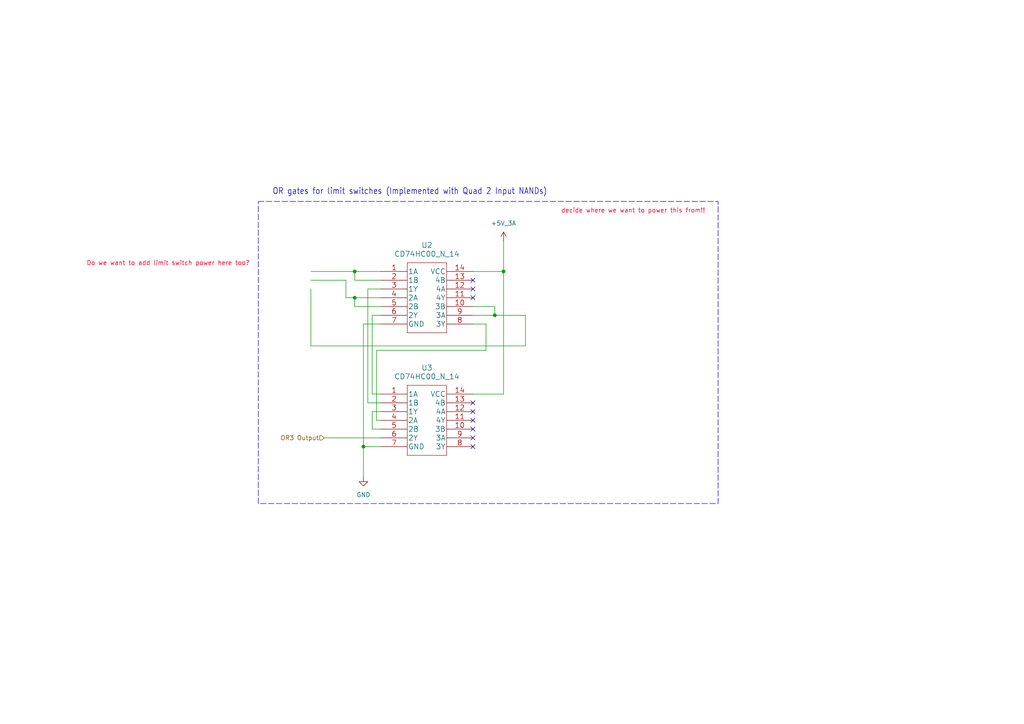
<source format=kicad_sch>
(kicad_sch (version 20231120) (generator "eeschema") (generator_version "8.0")
  (paper "A4")
  (lib_symbols
    (symbol "CustomSymbols:CD74HC00_N_14" (pin_names (offset 0.254))
      (property "Reference" "U" (at 13.462 6.858 0))
      (property "Value" "CD74HC00_N_14" (at 13.462 4.318 0))
      (symbol "CD74HC00_N_14_1_1"
        (polyline (pts (xy 7.62 -17.78) (xy 19.05 -17.78)) (stroke (width 0.127)))
        (polyline (pts (xy 7.62 2.54) (xy 7.62 -17.78)) (stroke (width 0.127)))
        (polyline (pts (xy 19.05 -17.78) (xy 19.05 2.54)) (stroke (width 0.127)))
        (polyline (pts (xy 19.05 2.54) (xy 7.62 2.54)) (stroke (width 0.127)))
        (pin input line (at 0 0 0) (length 7.62) (name "1A") (number "1"))
        (pin input line (at 26.67 -10.16 180) (length 7.62) (name "3B") (number "10"))
        (pin output line (at 26.67 -7.62 180) (length 7.62) (name "4Y") (number "11"))
        (pin input line (at 26.67 -5.08 180) (length 7.62) (name "4A") (number "12"))
        (pin input line (at 26.67 -2.54 180) (length 7.62) (name "4B") (number "13"))
        (pin power_in line (at 26.67 0 180) (length 7.62) (name "VCC") (number "14"))
        (pin input line (at 0 -2.54 0) (length 7.62) (name "1B") (number "2"))
        (pin output line (at 0 -5.08 0) (length 7.62) (name "1Y") (number "3"))
        (pin input line (at 0 -7.62 0) (length 7.62) (name "2A") (number "4"))
        (pin input line (at 0 -10.16 0) (length 7.62) (name "2B") (number "5"))
        (pin output line (at 0 -12.7 0) (length 7.62) (name "2Y") (number "6"))
        (pin power_in line (at 0 -15.24 0) (length 7.62) (name "GND") (number "7"))
        (pin output line (at 26.67 -15.24 180) (length 7.62) (name "3Y") (number "8"))
        (pin input line (at 26.67 -12.7 180) (length 7.62) (name "3A") (number "9"))
      )
    )
    (symbol "power:+5V" (power) (pin_numbers hide) (pin_names (offset 0) hide)
      (property "Value" "+5V" (at 0 3.556 0))
      (symbol "+5V_0_1"
        (polyline (pts (xy -0.762 1.27) (xy 0 2.54)))
        (polyline (pts (xy 0 0) (xy 0 2.54)))
        (polyline (pts (xy 0 2.54) (xy 0.762 1.27)))
      )
      (symbol "+5V_1_1"
        (pin power_in line (at 0 0 90) (length 0) (name "~") (number "1"))
      )
    )
    (symbol "power:GND" (power) (pin_numbers hide) (pin_names (offset 0) hide)
      (property "Value" "GND" (at 0 -3.81 0))
      (symbol "GND_0_1"
        (polyline (pts (xy 0 0) (xy 0 -1.27) (xy 1.27 -1.27) (xy 0 -2.54) (xy -1.27 -1.27) (xy 0 -1.27)))
      )
      (symbol "GND_1_1"
        (pin power_in line (at 0 0 270) (length 0) (name "~") (number "1"))
      )
    )
  )
  (junction (at 102.87 86.36))
  (junction (at 146.05 78.74))
  (junction (at 105.41 129.54))
  (junction (at 102.87 78.74))
  (junction (at 143.51 91.44))
  (no_connect (at 137.16 119.38))
  (no_connect (at 137.16 116.84))
  (no_connect (at 137.16 124.46))
  (no_connect (at 137.16 129.54))
  (no_connect (at 137.16 81.28))
  (no_connect (at 137.16 121.92))
  (no_connect (at 137.16 83.82))
  (no_connect (at 137.16 127))
  (no_connect (at 137.16 86.36))
  (wire (pts (xy 152.4 100.33) (xy 152.4 91.44)))
  (wire (pts (xy 137.16 91.44) (xy 143.51 91.44)))
  (wire (pts (xy 105.41 129.54) (xy 105.41 138.43)))
  (wire (pts (xy 90.17 83.82) (xy 90.17 100.33)))
  (wire (pts (xy 102.87 81.28) (xy 102.87 78.74)))
  (wire (pts (xy 90.17 78.74) (xy 102.87 78.74)))
  (wire (pts (xy 90.17 100.33) (xy 152.4 100.33)))
  (wire (pts (xy 110.49 91.44) (xy 107.95 91.44)))
  (wire (pts (xy 143.51 88.9) (xy 143.51 91.44)))
  (wire (pts (xy 137.16 114.3) (xy 146.05 114.3)))
  (wire (pts (xy 93.98 127) (xy 110.49 127)))
  (wire (pts (xy 110.49 88.9) (xy 102.87 88.9)))
  (wire (pts (xy 140.97 93.98) (xy 140.97 101.6)))
  (wire (pts (xy 146.05 78.74) (xy 137.16 78.74)))
  (wire (pts (xy 146.05 78.74) (xy 146.05 114.3)))
  (wire (pts (xy 109.22 101.6) (xy 109.22 121.92)))
  (wire (pts (xy 143.51 91.44) (xy 152.4 91.44)))
  (wire (pts (xy 137.16 88.9) (xy 143.51 88.9)))
  (wire (pts (xy 102.87 88.9) (xy 102.87 86.36)))
  (wire (pts (xy 106.68 116.84) (xy 110.49 116.84)))
  (wire (pts (xy 107.95 124.46) (xy 110.49 124.46)))
  (wire (pts (xy 106.68 83.82) (xy 106.68 116.84)))
  (wire (pts (xy 100.33 86.36) (xy 100.33 81.28)))
  (wire (pts (xy 102.87 78.74) (xy 110.49 78.74)))
  (wire (pts (xy 107.95 119.38) (xy 107.95 124.46)))
  (wire (pts (xy 140.97 101.6) (xy 109.22 101.6)))
  (wire (pts (xy 107.95 114.3) (xy 110.49 114.3)))
  (wire (pts (xy 100.33 81.28) (xy 90.17 81.28)))
  (wire (pts (xy 100.33 86.36) (xy 102.87 86.36)))
  (wire (pts (xy 102.87 86.36) (xy 110.49 86.36)))
  (wire (pts (xy 107.95 91.44) (xy 107.95 114.3)))
  (wire (pts (xy 110.49 81.28) (xy 102.87 81.28)))
  (wire (pts (xy 109.22 121.92) (xy 110.49 121.92)))
  (wire (pts (xy 110.49 119.38) (xy 107.95 119.38)))
  (wire (pts (xy 105.41 93.98) (xy 105.41 129.54)))
  (wire (pts (xy 146.05 69.85) (xy 146.05 78.74)))
  (wire (pts (xy 110.49 93.98) (xy 105.41 93.98)))
  (wire (pts (xy 110.49 83.82) (xy 106.68 83.82)))
  (wire (pts (xy 137.16 93.98) (xy 140.97 93.98)))
  (wire (pts (xy 105.41 129.54) (xy 110.49 129.54)))
  (rectangle (start 74.93 58.42) (end 208.28 146.05) (stroke (width 0) (type dash)))
  (text "decide where we want to power this from!!" (at 183.642 61.214 0) (effects (font (size 1.27 1.27))))
  (text "Do we want to add limit switch power here too?" (at 48.768 76.454 0) (effects (font (size 1.27 1.27))))
  (text "OR gates for limit switches (Implemented with Quad 2 Input NANDs)" (at 158.75 56.642 0) (effects (font (size 1.778 1.5113)) (justify right bottom)))
  (hierarchical_label "OR3 Output" (shape input) (at 93.98 127 180))
  (symbol (lib_id "power:+5V") (at 146.05 69.85 0) (unit 1)
    (property "Reference" "#PWR023" (effects (hide yes)))
    (property "Value" "+5V_3A" (at 146.05 64.77 0))
    (property "Description" "Power symbol creates a global label with name \"+5V\"" (effects (hide yes)))
  )
  (symbol (lib_id "power:GND") (at 105.41 138.43 0) (unit 1)
    (property "Reference" "#PWR022" (effects (hide yes)))
    (property "Value" "GND" (at 105.41 143.51 0))
    (property "Description" "Power symbol creates a global label with name \"GND\" , ground" (effects (hide yes)))
  )
  (symbol (lib_id "CustomSymbols:CD74HC00_N_14") (at 110.49 114.3 0) (unit 1)
    (property "Reference" "U3" (at 123.825 106.68 0) (effects (font (size 1.524 1.524))))
    (property "Value" "CD74HC00_N_14" (at 123.825 109.22 0) (effects (font (size 1.524 1.524))))
    (property "Footprint" "N14" (effects (hide yes)))
    (property "Datasheet" "https://www.ti.com/lit/ds/symlink/cd74hc00.pdf?ts=1712281608782&ref_url=https%253A%252F%252Fwww.ti.com%252Fproduct%252FCD74HC00" (effects (hide yes)))
  )
  (symbol (lib_id "CustomSymbols:CD74HC00_N_14") (at 110.49 78.74 0) (unit 1)
    (property "Reference" "U2" (at 123.825 71.12 0) (effects (font (size 1.524 1.524))))
    (property "Value" "CD74HC00_N_14" (at 123.825 73.66 0) (effects (font (size 1.524 1.524))))
    (property "Footprint" "N14" (effects (hide yes)))
    (property "Datasheet" "https://www.ti.com/lit/ds/symlink/cd74hc00.pdf?ts=1712281608782&ref_url=https%253A%252F%252Fwww.ti.com%252Fproduct%252FCD74HC00" (effects (hide yes)))
  )
)
</source>
